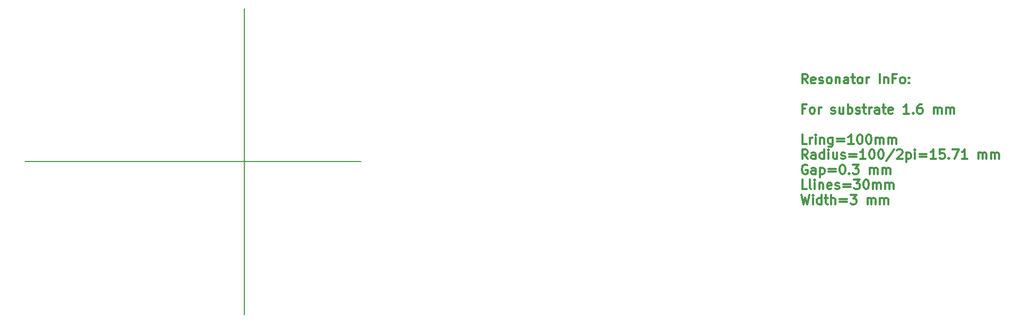
<source format=gbr>
%TF.GenerationSoftware,KiCad,Pcbnew,(6.0.4)*%
%TF.CreationDate,2025-06-12T14:40:54+01:00*%
%TF.ProjectId,Ring_Resonator_with_solder_mask,52696e67-5f52-4657-936f-6e61746f725f,rev?*%
%TF.SameCoordinates,Original*%
%TF.FileFunction,Other,Comment*%
%FSLAX46Y46*%
G04 Gerber Fmt 4.6, Leading zero omitted, Abs format (unit mm)*
G04 Created by KiCad (PCBNEW (6.0.4)) date 2025-06-12 14:40:54*
%MOMM*%
%LPD*%
G01*
G04 APERTURE LIST*
%ADD10C,0.200000*%
%ADD11C,0.300000*%
G04 APERTURE END LIST*
D10*
X0Y24500000D02*
X0Y-24500000D01*
X0Y0D02*
X0Y7000000D01*
X18700000Y0D02*
X-35000000Y0D01*
D11*
X90009285Y12481429D02*
X89509285Y13195715D01*
X89152142Y12481429D02*
X89152142Y13981429D01*
X89723571Y13981429D01*
X89866428Y13910000D01*
X89937857Y13838572D01*
X90009285Y13695715D01*
X90009285Y13481429D01*
X89937857Y13338572D01*
X89866428Y13267143D01*
X89723571Y13195715D01*
X89152142Y13195715D01*
X91223571Y12552858D02*
X91080714Y12481429D01*
X90795000Y12481429D01*
X90652142Y12552858D01*
X90580714Y12695715D01*
X90580714Y13267143D01*
X90652142Y13410000D01*
X90795000Y13481429D01*
X91080714Y13481429D01*
X91223571Y13410000D01*
X91295000Y13267143D01*
X91295000Y13124286D01*
X90580714Y12981429D01*
X91866428Y12552858D02*
X92009285Y12481429D01*
X92295000Y12481429D01*
X92437857Y12552858D01*
X92509285Y12695715D01*
X92509285Y12767143D01*
X92437857Y12910000D01*
X92295000Y12981429D01*
X92080714Y12981429D01*
X91937857Y13052858D01*
X91866428Y13195715D01*
X91866428Y13267143D01*
X91937857Y13410000D01*
X92080714Y13481429D01*
X92295000Y13481429D01*
X92437857Y13410000D01*
X93366428Y12481429D02*
X93223571Y12552858D01*
X93152142Y12624286D01*
X93080714Y12767143D01*
X93080714Y13195715D01*
X93152142Y13338572D01*
X93223571Y13410000D01*
X93366428Y13481429D01*
X93580714Y13481429D01*
X93723571Y13410000D01*
X93795000Y13338572D01*
X93866428Y13195715D01*
X93866428Y12767143D01*
X93795000Y12624286D01*
X93723571Y12552858D01*
X93580714Y12481429D01*
X93366428Y12481429D01*
X94509285Y13481429D02*
X94509285Y12481429D01*
X94509285Y13338572D02*
X94580714Y13410000D01*
X94723571Y13481429D01*
X94937857Y13481429D01*
X95080714Y13410000D01*
X95152142Y13267143D01*
X95152142Y12481429D01*
X96509285Y12481429D02*
X96509285Y13267143D01*
X96437857Y13410000D01*
X96295000Y13481429D01*
X96009285Y13481429D01*
X95866428Y13410000D01*
X96509285Y12552858D02*
X96366428Y12481429D01*
X96009285Y12481429D01*
X95866428Y12552858D01*
X95795000Y12695715D01*
X95795000Y12838572D01*
X95866428Y12981429D01*
X96009285Y13052858D01*
X96366428Y13052858D01*
X96509285Y13124286D01*
X97009285Y13481429D02*
X97580714Y13481429D01*
X97223571Y13981429D02*
X97223571Y12695715D01*
X97295000Y12552858D01*
X97437857Y12481429D01*
X97580714Y12481429D01*
X98295000Y12481429D02*
X98152142Y12552858D01*
X98080714Y12624286D01*
X98009285Y12767143D01*
X98009285Y13195715D01*
X98080714Y13338572D01*
X98152142Y13410000D01*
X98295000Y13481429D01*
X98509285Y13481429D01*
X98652142Y13410000D01*
X98723571Y13338572D01*
X98795000Y13195715D01*
X98795000Y12767143D01*
X98723571Y12624286D01*
X98652142Y12552858D01*
X98509285Y12481429D01*
X98295000Y12481429D01*
X99437857Y12481429D02*
X99437857Y13481429D01*
X99437857Y13195715D02*
X99509285Y13338572D01*
X99580714Y13410000D01*
X99723571Y13481429D01*
X99866428Y13481429D01*
X101509285Y12481429D02*
X101509285Y13981429D01*
X102223571Y13481429D02*
X102223571Y12481429D01*
X102223571Y13338572D02*
X102295000Y13410000D01*
X102437857Y13481429D01*
X102652142Y13481429D01*
X102795000Y13410000D01*
X102866428Y13267143D01*
X102866428Y12481429D01*
X104080714Y13267143D02*
X103580714Y13267143D01*
X103580714Y12481429D02*
X103580714Y13981429D01*
X104295000Y13981429D01*
X105080714Y12481429D02*
X104937857Y12552858D01*
X104866428Y12624286D01*
X104795000Y12767143D01*
X104795000Y13195715D01*
X104866428Y13338572D01*
X104937857Y13410000D01*
X105080714Y13481429D01*
X105295000Y13481429D01*
X105437857Y13410000D01*
X105509285Y13338572D01*
X105580714Y13195715D01*
X105580714Y12767143D01*
X105509285Y12624286D01*
X105437857Y12552858D01*
X105295000Y12481429D01*
X105080714Y12481429D01*
X106223571Y12624286D02*
X106295000Y12552858D01*
X106223571Y12481429D01*
X106152142Y12552858D01*
X106223571Y12624286D01*
X106223571Y12481429D01*
X106223571Y13410000D02*
X106295000Y13338572D01*
X106223571Y13267143D01*
X106152142Y13338572D01*
X106223571Y13410000D01*
X106223571Y13267143D01*
X89652142Y8437143D02*
X89152142Y8437143D01*
X89152142Y7651429D02*
X89152142Y9151429D01*
X89866428Y9151429D01*
X90652142Y7651429D02*
X90509285Y7722858D01*
X90437857Y7794286D01*
X90366428Y7937143D01*
X90366428Y8365715D01*
X90437857Y8508572D01*
X90509285Y8580000D01*
X90652142Y8651429D01*
X90866428Y8651429D01*
X91009285Y8580000D01*
X91080714Y8508572D01*
X91152142Y8365715D01*
X91152142Y7937143D01*
X91080714Y7794286D01*
X91009285Y7722858D01*
X90866428Y7651429D01*
X90652142Y7651429D01*
X91795000Y7651429D02*
X91795000Y8651429D01*
X91795000Y8365715D02*
X91866428Y8508572D01*
X91937857Y8580000D01*
X92080714Y8651429D01*
X92223571Y8651429D01*
X93795000Y7722858D02*
X93937857Y7651429D01*
X94223571Y7651429D01*
X94366428Y7722858D01*
X94437857Y7865715D01*
X94437857Y7937143D01*
X94366428Y8080000D01*
X94223571Y8151429D01*
X94009285Y8151429D01*
X93866428Y8222858D01*
X93795000Y8365715D01*
X93795000Y8437143D01*
X93866428Y8580000D01*
X94009285Y8651429D01*
X94223571Y8651429D01*
X94366428Y8580000D01*
X95723571Y8651429D02*
X95723571Y7651429D01*
X95080714Y8651429D02*
X95080714Y7865715D01*
X95152142Y7722858D01*
X95295000Y7651429D01*
X95509285Y7651429D01*
X95652142Y7722858D01*
X95723571Y7794286D01*
X96437857Y7651429D02*
X96437857Y9151429D01*
X96437857Y8580000D02*
X96580714Y8651429D01*
X96866428Y8651429D01*
X97009285Y8580000D01*
X97080714Y8508572D01*
X97152142Y8365715D01*
X97152142Y7937143D01*
X97080714Y7794286D01*
X97009285Y7722858D01*
X96866428Y7651429D01*
X96580714Y7651429D01*
X96437857Y7722858D01*
X97723571Y7722858D02*
X97866428Y7651429D01*
X98152142Y7651429D01*
X98295000Y7722858D01*
X98366428Y7865715D01*
X98366428Y7937143D01*
X98295000Y8080000D01*
X98152142Y8151429D01*
X97937857Y8151429D01*
X97795000Y8222858D01*
X97723571Y8365715D01*
X97723571Y8437143D01*
X97795000Y8580000D01*
X97937857Y8651429D01*
X98152142Y8651429D01*
X98295000Y8580000D01*
X98795000Y8651429D02*
X99366428Y8651429D01*
X99009285Y9151429D02*
X99009285Y7865715D01*
X99080714Y7722858D01*
X99223571Y7651429D01*
X99366428Y7651429D01*
X99866428Y7651429D02*
X99866428Y8651429D01*
X99866428Y8365715D02*
X99937857Y8508572D01*
X100009285Y8580000D01*
X100152142Y8651429D01*
X100295000Y8651429D01*
X101437857Y7651429D02*
X101437857Y8437143D01*
X101366428Y8580000D01*
X101223571Y8651429D01*
X100937857Y8651429D01*
X100795000Y8580000D01*
X101437857Y7722858D02*
X101295000Y7651429D01*
X100937857Y7651429D01*
X100795000Y7722858D01*
X100723571Y7865715D01*
X100723571Y8008572D01*
X100795000Y8151429D01*
X100937857Y8222858D01*
X101295000Y8222858D01*
X101437857Y8294286D01*
X101937857Y8651429D02*
X102509285Y8651429D01*
X102152142Y9151429D02*
X102152142Y7865715D01*
X102223571Y7722858D01*
X102366428Y7651429D01*
X102509285Y7651429D01*
X103580714Y7722858D02*
X103437857Y7651429D01*
X103152142Y7651429D01*
X103009285Y7722858D01*
X102937857Y7865715D01*
X102937857Y8437143D01*
X103009285Y8580000D01*
X103152142Y8651429D01*
X103437857Y8651429D01*
X103580714Y8580000D01*
X103652142Y8437143D01*
X103652142Y8294286D01*
X102937857Y8151429D01*
X106223571Y7651429D02*
X105366428Y7651429D01*
X105795000Y7651429D02*
X105795000Y9151429D01*
X105652142Y8937143D01*
X105509285Y8794286D01*
X105366428Y8722858D01*
X106866428Y7794286D02*
X106937857Y7722858D01*
X106866428Y7651429D01*
X106795000Y7722858D01*
X106866428Y7794286D01*
X106866428Y7651429D01*
X108223571Y9151429D02*
X107937857Y9151429D01*
X107795000Y9080000D01*
X107723571Y9008572D01*
X107580714Y8794286D01*
X107509285Y8508572D01*
X107509285Y7937143D01*
X107580714Y7794286D01*
X107652142Y7722858D01*
X107795000Y7651429D01*
X108080714Y7651429D01*
X108223571Y7722858D01*
X108295000Y7794286D01*
X108366428Y7937143D01*
X108366428Y8294286D01*
X108295000Y8437143D01*
X108223571Y8508572D01*
X108080714Y8580000D01*
X107795000Y8580000D01*
X107652142Y8508572D01*
X107580714Y8437143D01*
X107509285Y8294286D01*
X110152142Y7651429D02*
X110152142Y8651429D01*
X110152142Y8508572D02*
X110223571Y8580000D01*
X110366428Y8651429D01*
X110580714Y8651429D01*
X110723571Y8580000D01*
X110795000Y8437143D01*
X110795000Y7651429D01*
X110795000Y8437143D02*
X110866428Y8580000D01*
X111009285Y8651429D01*
X111223571Y8651429D01*
X111366428Y8580000D01*
X111437857Y8437143D01*
X111437857Y7651429D01*
X112152142Y7651429D02*
X112152142Y8651429D01*
X112152142Y8508572D02*
X112223571Y8580000D01*
X112366428Y8651429D01*
X112580714Y8651429D01*
X112723571Y8580000D01*
X112795000Y8437143D01*
X112795000Y7651429D01*
X112795000Y8437143D02*
X112866428Y8580000D01*
X113009285Y8651429D01*
X113223571Y8651429D01*
X113366428Y8580000D01*
X113437857Y8437143D01*
X113437857Y7651429D01*
X89866428Y2821429D02*
X89152142Y2821429D01*
X89152142Y4321429D01*
X90366428Y2821429D02*
X90366428Y3821429D01*
X90366428Y3535715D02*
X90437857Y3678572D01*
X90509285Y3750000D01*
X90652142Y3821429D01*
X90795000Y3821429D01*
X91295000Y2821429D02*
X91295000Y3821429D01*
X91295000Y4321429D02*
X91223571Y4250000D01*
X91295000Y4178572D01*
X91366428Y4250000D01*
X91295000Y4321429D01*
X91295000Y4178572D01*
X92009285Y3821429D02*
X92009285Y2821429D01*
X92009285Y3678572D02*
X92080714Y3750000D01*
X92223571Y3821429D01*
X92437857Y3821429D01*
X92580714Y3750000D01*
X92652142Y3607143D01*
X92652142Y2821429D01*
X94009285Y3821429D02*
X94009285Y2607143D01*
X93937857Y2464286D01*
X93866428Y2392858D01*
X93723571Y2321429D01*
X93509285Y2321429D01*
X93366428Y2392858D01*
X94009285Y2892858D02*
X93866428Y2821429D01*
X93580714Y2821429D01*
X93437857Y2892858D01*
X93366428Y2964286D01*
X93295000Y3107143D01*
X93295000Y3535715D01*
X93366428Y3678572D01*
X93437857Y3750000D01*
X93580714Y3821429D01*
X93866428Y3821429D01*
X94009285Y3750000D01*
X94723571Y3607143D02*
X95866428Y3607143D01*
X95866428Y3178572D02*
X94723571Y3178572D01*
X97366428Y2821429D02*
X96509285Y2821429D01*
X96937857Y2821429D02*
X96937857Y4321429D01*
X96795000Y4107143D01*
X96652142Y3964286D01*
X96509285Y3892858D01*
X98295000Y4321429D02*
X98437857Y4321429D01*
X98580714Y4250000D01*
X98652142Y4178572D01*
X98723571Y4035715D01*
X98795000Y3750000D01*
X98795000Y3392858D01*
X98723571Y3107143D01*
X98652142Y2964286D01*
X98580714Y2892858D01*
X98437857Y2821429D01*
X98295000Y2821429D01*
X98152142Y2892858D01*
X98080714Y2964286D01*
X98009285Y3107143D01*
X97937857Y3392858D01*
X97937857Y3750000D01*
X98009285Y4035715D01*
X98080714Y4178572D01*
X98152142Y4250000D01*
X98295000Y4321429D01*
X99723571Y4321429D02*
X99866428Y4321429D01*
X100009285Y4250000D01*
X100080714Y4178572D01*
X100152142Y4035715D01*
X100223571Y3750000D01*
X100223571Y3392858D01*
X100152142Y3107143D01*
X100080714Y2964286D01*
X100009285Y2892858D01*
X99866428Y2821429D01*
X99723571Y2821429D01*
X99580714Y2892858D01*
X99509285Y2964286D01*
X99437857Y3107143D01*
X99366428Y3392858D01*
X99366428Y3750000D01*
X99437857Y4035715D01*
X99509285Y4178572D01*
X99580714Y4250000D01*
X99723571Y4321429D01*
X100866428Y2821429D02*
X100866428Y3821429D01*
X100866428Y3678572D02*
X100937857Y3750000D01*
X101080714Y3821429D01*
X101295000Y3821429D01*
X101437857Y3750000D01*
X101509285Y3607143D01*
X101509285Y2821429D01*
X101509285Y3607143D02*
X101580714Y3750000D01*
X101723571Y3821429D01*
X101937857Y3821429D01*
X102080714Y3750000D01*
X102152142Y3607143D01*
X102152142Y2821429D01*
X102866428Y2821429D02*
X102866428Y3821429D01*
X102866428Y3678572D02*
X102937857Y3750000D01*
X103080714Y3821429D01*
X103295000Y3821429D01*
X103437857Y3750000D01*
X103509285Y3607143D01*
X103509285Y2821429D01*
X103509285Y3607143D02*
X103580714Y3750000D01*
X103723571Y3821429D01*
X103937857Y3821429D01*
X104080714Y3750000D01*
X104152142Y3607143D01*
X104152142Y2821429D01*
X90009285Y406429D02*
X89509285Y1120715D01*
X89152142Y406429D02*
X89152142Y1906429D01*
X89723571Y1906429D01*
X89866428Y1835000D01*
X89937857Y1763572D01*
X90009285Y1620715D01*
X90009285Y1406429D01*
X89937857Y1263572D01*
X89866428Y1192143D01*
X89723571Y1120715D01*
X89152142Y1120715D01*
X91295000Y406429D02*
X91295000Y1192143D01*
X91223571Y1335000D01*
X91080714Y1406429D01*
X90795000Y1406429D01*
X90652142Y1335000D01*
X91295000Y477858D02*
X91152142Y406429D01*
X90795000Y406429D01*
X90652142Y477858D01*
X90580714Y620715D01*
X90580714Y763572D01*
X90652142Y906429D01*
X90795000Y977858D01*
X91152142Y977858D01*
X91295000Y1049286D01*
X92652142Y406429D02*
X92652142Y1906429D01*
X92652142Y477858D02*
X92509285Y406429D01*
X92223571Y406429D01*
X92080714Y477858D01*
X92009285Y549286D01*
X91937857Y692143D01*
X91937857Y1120715D01*
X92009285Y1263572D01*
X92080714Y1335000D01*
X92223571Y1406429D01*
X92509285Y1406429D01*
X92652142Y1335000D01*
X93366428Y406429D02*
X93366428Y1406429D01*
X93366428Y1906429D02*
X93295000Y1835000D01*
X93366428Y1763572D01*
X93437857Y1835000D01*
X93366428Y1906429D01*
X93366428Y1763572D01*
X94723571Y1406429D02*
X94723571Y406429D01*
X94080714Y1406429D02*
X94080714Y620715D01*
X94152142Y477858D01*
X94295000Y406429D01*
X94509285Y406429D01*
X94652142Y477858D01*
X94723571Y549286D01*
X95366428Y477858D02*
X95509285Y406429D01*
X95795000Y406429D01*
X95937857Y477858D01*
X96009285Y620715D01*
X96009285Y692143D01*
X95937857Y835000D01*
X95795000Y906429D01*
X95580714Y906429D01*
X95437857Y977858D01*
X95366428Y1120715D01*
X95366428Y1192143D01*
X95437857Y1335000D01*
X95580714Y1406429D01*
X95795000Y1406429D01*
X95937857Y1335000D01*
X96652142Y1192143D02*
X97795000Y1192143D01*
X97795000Y763572D02*
X96652142Y763572D01*
X99295000Y406429D02*
X98437857Y406429D01*
X98866428Y406429D02*
X98866428Y1906429D01*
X98723571Y1692143D01*
X98580714Y1549286D01*
X98437857Y1477858D01*
X100223571Y1906429D02*
X100366428Y1906429D01*
X100509285Y1835000D01*
X100580714Y1763572D01*
X100652142Y1620715D01*
X100723571Y1335000D01*
X100723571Y977858D01*
X100652142Y692143D01*
X100580714Y549286D01*
X100509285Y477858D01*
X100366428Y406429D01*
X100223571Y406429D01*
X100080714Y477858D01*
X100009285Y549286D01*
X99937857Y692143D01*
X99866428Y977858D01*
X99866428Y1335000D01*
X99937857Y1620715D01*
X100009285Y1763572D01*
X100080714Y1835000D01*
X100223571Y1906429D01*
X101652142Y1906429D02*
X101795000Y1906429D01*
X101937857Y1835000D01*
X102009285Y1763572D01*
X102080714Y1620715D01*
X102152142Y1335000D01*
X102152142Y977858D01*
X102080714Y692143D01*
X102009285Y549286D01*
X101937857Y477858D01*
X101795000Y406429D01*
X101652142Y406429D01*
X101509285Y477858D01*
X101437857Y549286D01*
X101366428Y692143D01*
X101295000Y977858D01*
X101295000Y1335000D01*
X101366428Y1620715D01*
X101437857Y1763572D01*
X101509285Y1835000D01*
X101652142Y1906429D01*
X103866428Y1977858D02*
X102580714Y49286D01*
X104295000Y1763572D02*
X104366428Y1835000D01*
X104509285Y1906429D01*
X104866428Y1906429D01*
X105009285Y1835000D01*
X105080714Y1763572D01*
X105152142Y1620715D01*
X105152142Y1477858D01*
X105080714Y1263572D01*
X104223571Y406429D01*
X105152142Y406429D01*
X105795000Y1406429D02*
X105795000Y-93571D01*
X105795000Y1335000D02*
X105937857Y1406429D01*
X106223571Y1406429D01*
X106366428Y1335000D01*
X106437857Y1263572D01*
X106509285Y1120715D01*
X106509285Y692143D01*
X106437857Y549286D01*
X106366428Y477858D01*
X106223571Y406429D01*
X105937857Y406429D01*
X105795000Y477858D01*
X107152142Y406429D02*
X107152142Y1406429D01*
X107152142Y1906429D02*
X107080714Y1835000D01*
X107152142Y1763572D01*
X107223571Y1835000D01*
X107152142Y1906429D01*
X107152142Y1763572D01*
X107866428Y1192143D02*
X109009285Y1192143D01*
X109009285Y763572D02*
X107866428Y763572D01*
X110509285Y406429D02*
X109652142Y406429D01*
X110080714Y406429D02*
X110080714Y1906429D01*
X109937857Y1692143D01*
X109795000Y1549286D01*
X109652142Y1477858D01*
X111866428Y1906429D02*
X111152142Y1906429D01*
X111080714Y1192143D01*
X111152142Y1263572D01*
X111295000Y1335000D01*
X111652142Y1335000D01*
X111795000Y1263572D01*
X111866428Y1192143D01*
X111937857Y1049286D01*
X111937857Y692143D01*
X111866428Y549286D01*
X111795000Y477858D01*
X111652142Y406429D01*
X111295000Y406429D01*
X111152142Y477858D01*
X111080714Y549286D01*
X112580714Y549286D02*
X112652142Y477858D01*
X112580714Y406429D01*
X112509285Y477858D01*
X112580714Y549286D01*
X112580714Y406429D01*
X113152142Y1906429D02*
X114152142Y1906429D01*
X113509285Y406429D01*
X115509285Y406429D02*
X114652142Y406429D01*
X115080714Y406429D02*
X115080714Y1906429D01*
X114937857Y1692143D01*
X114795000Y1549286D01*
X114652142Y1477858D01*
X117295000Y406429D02*
X117295000Y1406429D01*
X117295000Y1263572D02*
X117366428Y1335000D01*
X117509285Y1406429D01*
X117723571Y1406429D01*
X117866428Y1335000D01*
X117937857Y1192143D01*
X117937857Y406429D01*
X117937857Y1192143D02*
X118009285Y1335000D01*
X118152142Y1406429D01*
X118366428Y1406429D01*
X118509285Y1335000D01*
X118580714Y1192143D01*
X118580714Y406429D01*
X119295000Y406429D02*
X119295000Y1406429D01*
X119295000Y1263572D02*
X119366428Y1335000D01*
X119509285Y1406429D01*
X119723571Y1406429D01*
X119866428Y1335000D01*
X119937857Y1192143D01*
X119937857Y406429D01*
X119937857Y1192143D02*
X120009285Y1335000D01*
X120152142Y1406429D01*
X120366428Y1406429D01*
X120509285Y1335000D01*
X120580714Y1192143D01*
X120580714Y406429D01*
X89937857Y-580000D02*
X89795000Y-508571D01*
X89580714Y-508571D01*
X89366428Y-580000D01*
X89223571Y-722857D01*
X89152142Y-865714D01*
X89080714Y-1151428D01*
X89080714Y-1365714D01*
X89152142Y-1651428D01*
X89223571Y-1794285D01*
X89366428Y-1937142D01*
X89580714Y-2008571D01*
X89723571Y-2008571D01*
X89937857Y-1937142D01*
X90009285Y-1865714D01*
X90009285Y-1365714D01*
X89723571Y-1365714D01*
X91295000Y-2008571D02*
X91295000Y-1222857D01*
X91223571Y-1080000D01*
X91080714Y-1008571D01*
X90795000Y-1008571D01*
X90652142Y-1080000D01*
X91295000Y-1937142D02*
X91152142Y-2008571D01*
X90795000Y-2008571D01*
X90652142Y-1937142D01*
X90580714Y-1794285D01*
X90580714Y-1651428D01*
X90652142Y-1508571D01*
X90795000Y-1437142D01*
X91152142Y-1437142D01*
X91295000Y-1365714D01*
X92009285Y-1008571D02*
X92009285Y-2508571D01*
X92009285Y-1080000D02*
X92152142Y-1008571D01*
X92437857Y-1008571D01*
X92580714Y-1080000D01*
X92652142Y-1151428D01*
X92723571Y-1294285D01*
X92723571Y-1722857D01*
X92652142Y-1865714D01*
X92580714Y-1937142D01*
X92437857Y-2008571D01*
X92152142Y-2008571D01*
X92009285Y-1937142D01*
X93366428Y-1222857D02*
X94509285Y-1222857D01*
X94509285Y-1651428D02*
X93366428Y-1651428D01*
X95509285Y-508571D02*
X95652142Y-508571D01*
X95795000Y-580000D01*
X95866428Y-651428D01*
X95937857Y-794285D01*
X96009285Y-1080000D01*
X96009285Y-1437142D01*
X95937857Y-1722857D01*
X95866428Y-1865714D01*
X95795000Y-1937142D01*
X95652142Y-2008571D01*
X95509285Y-2008571D01*
X95366428Y-1937142D01*
X95295000Y-1865714D01*
X95223571Y-1722857D01*
X95152142Y-1437142D01*
X95152142Y-1080000D01*
X95223571Y-794285D01*
X95295000Y-651428D01*
X95366428Y-580000D01*
X95509285Y-508571D01*
X96652142Y-1865714D02*
X96723571Y-1937142D01*
X96652142Y-2008571D01*
X96580714Y-1937142D01*
X96652142Y-1865714D01*
X96652142Y-2008571D01*
X97223571Y-508571D02*
X98152142Y-508571D01*
X97652142Y-1080000D01*
X97866428Y-1080000D01*
X98009285Y-1151428D01*
X98080714Y-1222857D01*
X98152142Y-1365714D01*
X98152142Y-1722857D01*
X98080714Y-1865714D01*
X98009285Y-1937142D01*
X97866428Y-2008571D01*
X97437857Y-2008571D01*
X97295000Y-1937142D01*
X97223571Y-1865714D01*
X99937857Y-2008571D02*
X99937857Y-1008571D01*
X99937857Y-1151428D02*
X100009285Y-1080000D01*
X100152142Y-1008571D01*
X100366428Y-1008571D01*
X100509285Y-1080000D01*
X100580714Y-1222857D01*
X100580714Y-2008571D01*
X100580714Y-1222857D02*
X100652142Y-1080000D01*
X100795000Y-1008571D01*
X101009285Y-1008571D01*
X101152142Y-1080000D01*
X101223571Y-1222857D01*
X101223571Y-2008571D01*
X101937857Y-2008571D02*
X101937857Y-1008571D01*
X101937857Y-1151428D02*
X102009285Y-1080000D01*
X102152142Y-1008571D01*
X102366428Y-1008571D01*
X102509285Y-1080000D01*
X102580714Y-1222857D01*
X102580714Y-2008571D01*
X102580714Y-1222857D02*
X102652142Y-1080000D01*
X102795000Y-1008571D01*
X103009285Y-1008571D01*
X103152142Y-1080000D01*
X103223571Y-1222857D01*
X103223571Y-2008571D01*
X89866428Y-4423571D02*
X89152142Y-4423571D01*
X89152142Y-2923571D01*
X90580714Y-4423571D02*
X90437857Y-4352142D01*
X90366428Y-4209285D01*
X90366428Y-2923571D01*
X91152142Y-4423571D02*
X91152142Y-3423571D01*
X91152142Y-2923571D02*
X91080714Y-2995000D01*
X91152142Y-3066428D01*
X91223571Y-2995000D01*
X91152142Y-2923571D01*
X91152142Y-3066428D01*
X91866428Y-3423571D02*
X91866428Y-4423571D01*
X91866428Y-3566428D02*
X91937857Y-3495000D01*
X92080714Y-3423571D01*
X92295000Y-3423571D01*
X92437857Y-3495000D01*
X92509285Y-3637857D01*
X92509285Y-4423571D01*
X93795000Y-4352142D02*
X93652142Y-4423571D01*
X93366428Y-4423571D01*
X93223571Y-4352142D01*
X93152142Y-4209285D01*
X93152142Y-3637857D01*
X93223571Y-3495000D01*
X93366428Y-3423571D01*
X93652142Y-3423571D01*
X93795000Y-3495000D01*
X93866428Y-3637857D01*
X93866428Y-3780714D01*
X93152142Y-3923571D01*
X94437857Y-4352142D02*
X94580714Y-4423571D01*
X94866428Y-4423571D01*
X95009285Y-4352142D01*
X95080714Y-4209285D01*
X95080714Y-4137857D01*
X95009285Y-3995000D01*
X94866428Y-3923571D01*
X94652142Y-3923571D01*
X94509285Y-3852142D01*
X94437857Y-3709285D01*
X94437857Y-3637857D01*
X94509285Y-3495000D01*
X94652142Y-3423571D01*
X94866428Y-3423571D01*
X95009285Y-3495000D01*
X95723571Y-3637857D02*
X96866428Y-3637857D01*
X96866428Y-4066428D02*
X95723571Y-4066428D01*
X97437857Y-2923571D02*
X98366428Y-2923571D01*
X97866428Y-3495000D01*
X98080714Y-3495000D01*
X98223571Y-3566428D01*
X98295000Y-3637857D01*
X98366428Y-3780714D01*
X98366428Y-4137857D01*
X98295000Y-4280714D01*
X98223571Y-4352142D01*
X98080714Y-4423571D01*
X97652142Y-4423571D01*
X97509285Y-4352142D01*
X97437857Y-4280714D01*
X99295000Y-2923571D02*
X99437857Y-2923571D01*
X99580714Y-2995000D01*
X99652142Y-3066428D01*
X99723571Y-3209285D01*
X99795000Y-3495000D01*
X99795000Y-3852142D01*
X99723571Y-4137857D01*
X99652142Y-4280714D01*
X99580714Y-4352142D01*
X99437857Y-4423571D01*
X99295000Y-4423571D01*
X99152142Y-4352142D01*
X99080714Y-4280714D01*
X99009285Y-4137857D01*
X98937857Y-3852142D01*
X98937857Y-3495000D01*
X99009285Y-3209285D01*
X99080714Y-3066428D01*
X99152142Y-2995000D01*
X99295000Y-2923571D01*
X100437857Y-4423571D02*
X100437857Y-3423571D01*
X100437857Y-3566428D02*
X100509285Y-3495000D01*
X100652142Y-3423571D01*
X100866428Y-3423571D01*
X101009285Y-3495000D01*
X101080714Y-3637857D01*
X101080714Y-4423571D01*
X101080714Y-3637857D02*
X101152142Y-3495000D01*
X101295000Y-3423571D01*
X101509285Y-3423571D01*
X101652142Y-3495000D01*
X101723571Y-3637857D01*
X101723571Y-4423571D01*
X102437857Y-4423571D02*
X102437857Y-3423571D01*
X102437857Y-3566428D02*
X102509285Y-3495000D01*
X102652142Y-3423571D01*
X102866428Y-3423571D01*
X103009285Y-3495000D01*
X103080714Y-3637857D01*
X103080714Y-4423571D01*
X103080714Y-3637857D02*
X103152142Y-3495000D01*
X103295000Y-3423571D01*
X103509285Y-3423571D01*
X103652142Y-3495000D01*
X103723571Y-3637857D01*
X103723571Y-4423571D01*
X89009285Y-5338571D02*
X89366428Y-6838571D01*
X89652142Y-5767142D01*
X89937857Y-6838571D01*
X90295000Y-5338571D01*
X90866428Y-6838571D02*
X90866428Y-5838571D01*
X90866428Y-5338571D02*
X90795000Y-5410000D01*
X90866428Y-5481428D01*
X90937857Y-5410000D01*
X90866428Y-5338571D01*
X90866428Y-5481428D01*
X92223571Y-6838571D02*
X92223571Y-5338571D01*
X92223571Y-6767142D02*
X92080714Y-6838571D01*
X91795000Y-6838571D01*
X91652142Y-6767142D01*
X91580714Y-6695714D01*
X91509285Y-6552857D01*
X91509285Y-6124285D01*
X91580714Y-5981428D01*
X91652142Y-5910000D01*
X91795000Y-5838571D01*
X92080714Y-5838571D01*
X92223571Y-5910000D01*
X92723571Y-5838571D02*
X93295000Y-5838571D01*
X92937857Y-5338571D02*
X92937857Y-6624285D01*
X93009285Y-6767142D01*
X93152142Y-6838571D01*
X93295000Y-6838571D01*
X93795000Y-6838571D02*
X93795000Y-5338571D01*
X94437857Y-6838571D02*
X94437857Y-6052857D01*
X94366428Y-5910000D01*
X94223571Y-5838571D01*
X94009285Y-5838571D01*
X93866428Y-5910000D01*
X93795000Y-5981428D01*
X95152142Y-6052857D02*
X96295000Y-6052857D01*
X96295000Y-6481428D02*
X95152142Y-6481428D01*
X96866428Y-5338571D02*
X97795000Y-5338571D01*
X97295000Y-5910000D01*
X97509285Y-5910000D01*
X97652142Y-5981428D01*
X97723571Y-6052857D01*
X97795000Y-6195714D01*
X97795000Y-6552857D01*
X97723571Y-6695714D01*
X97652142Y-6767142D01*
X97509285Y-6838571D01*
X97080714Y-6838571D01*
X96937857Y-6767142D01*
X96866428Y-6695714D01*
X99580714Y-6838571D02*
X99580714Y-5838571D01*
X99580714Y-5981428D02*
X99652142Y-5910000D01*
X99795000Y-5838571D01*
X100009285Y-5838571D01*
X100152142Y-5910000D01*
X100223571Y-6052857D01*
X100223571Y-6838571D01*
X100223571Y-6052857D02*
X100295000Y-5910000D01*
X100437857Y-5838571D01*
X100652142Y-5838571D01*
X100795000Y-5910000D01*
X100866428Y-6052857D01*
X100866428Y-6838571D01*
X101580714Y-6838571D02*
X101580714Y-5838571D01*
X101580714Y-5981428D02*
X101652142Y-5910000D01*
X101795000Y-5838571D01*
X102009285Y-5838571D01*
X102152142Y-5910000D01*
X102223571Y-6052857D01*
X102223571Y-6838571D01*
X102223571Y-6052857D02*
X102295000Y-5910000D01*
X102437857Y-5838571D01*
X102652142Y-5838571D01*
X102795000Y-5910000D01*
X102866428Y-6052857D01*
X102866428Y-6838571D01*
M02*

</source>
